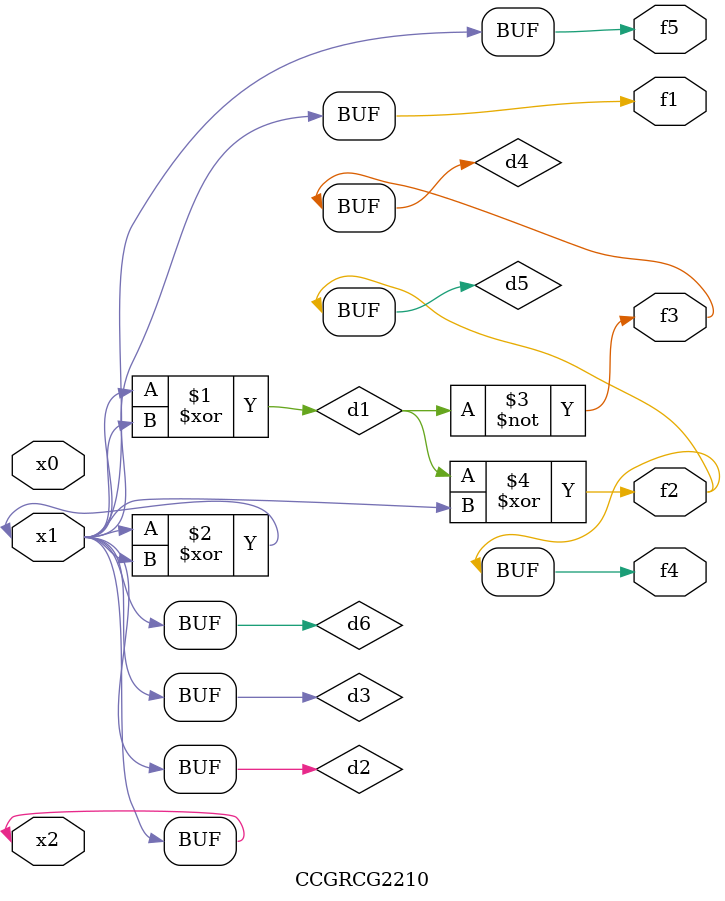
<source format=v>
module CCGRCG2210(
	input x0, x1, x2,
	output f1, f2, f3, f4, f5
);

	wire d1, d2, d3, d4, d5, d6;

	xor (d1, x1, x2);
	buf (d2, x1, x2);
	xor (d3, x1, x2);
	nor (d4, d1);
	xor (d5, d1, d2);
	buf (d6, d2, d3);
	assign f1 = d6;
	assign f2 = d5;
	assign f3 = d4;
	assign f4 = d5;
	assign f5 = d6;
endmodule

</source>
